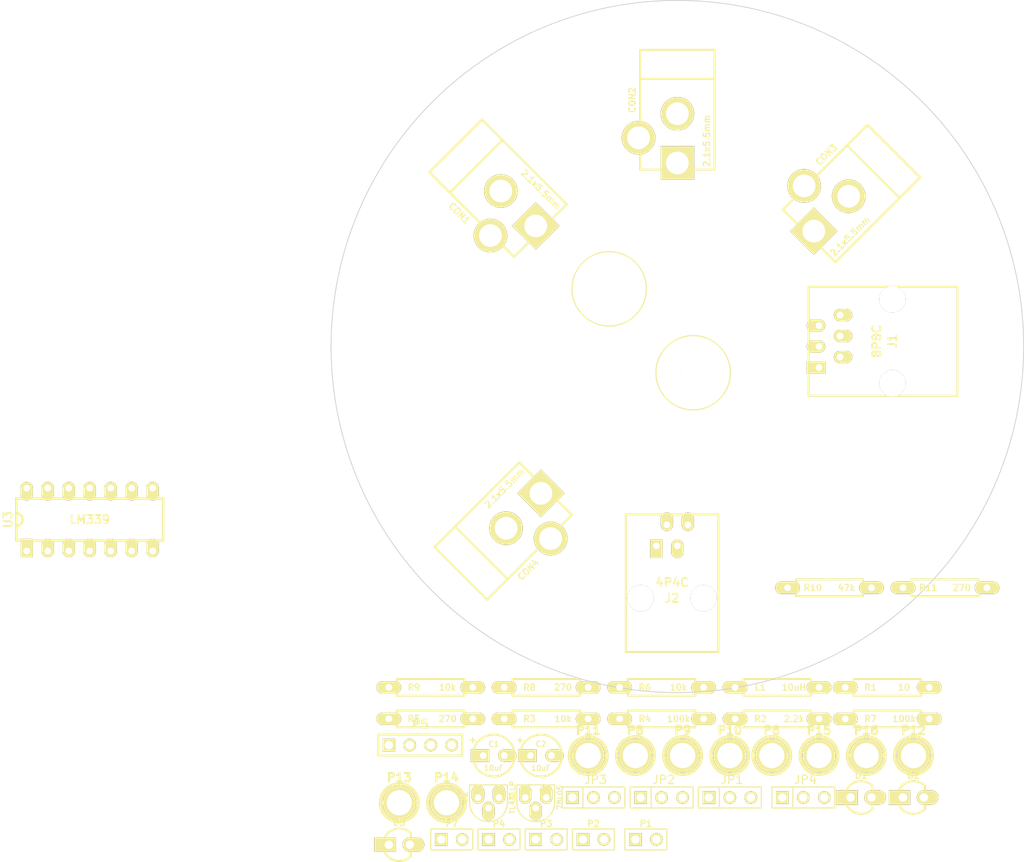
<source format=kicad_pcb>
(kicad_pcb (version 3) (host pcbnew "(2013-07-07 BZR 4022)-stable")

  (general
    (links 64)
    (no_connects 64)
    (area 0 0 0 0)
    (thickness 1.6)
    (drawings 1)
    (tracks 0)
    (zones 0)
    (modules 48)
    (nets 41)
  )

  (page A3)
  (layers
    (15 F.Cu signal)
    (0 B.Cu signal)
    (16 B.Adhes user)
    (17 F.Adhes user)
    (18 B.Paste user)
    (19 F.Paste user)
    (20 B.SilkS user)
    (21 F.SilkS user)
    (22 B.Mask user)
    (23 F.Mask user)
    (24 Dwgs.User user)
    (25 Cmts.User user)
    (26 Eco1.User user)
    (27 Eco2.User user)
    (28 Edge.Cuts user)
  )

  (setup
    (last_trace_width 0.254)
    (trace_clearance 0.254)
    (zone_clearance 0.508)
    (zone_45_only no)
    (trace_min 0.254)
    (segment_width 0.2)
    (edge_width 0.1)
    (via_size 0.889)
    (via_drill 0.635)
    (via_min_size 0.889)
    (via_min_drill 0.508)
    (uvia_size 0.508)
    (uvia_drill 0.127)
    (uvias_allowed no)
    (uvia_min_size 0.508)
    (uvia_min_drill 0.127)
    (pcb_text_width 0.3)
    (pcb_text_size 1.5 1.5)
    (mod_edge_width 0.15)
    (mod_text_size 1 1)
    (mod_text_width 0.15)
    (pad_size 1.5 1.5)
    (pad_drill 0.6)
    (pad_to_mask_clearance 0)
    (aux_axis_origin 0 0)
    (visible_elements 7FFFFFFF)
    (pcbplotparams
      (layerselection 3178497)
      (usegerberextensions true)
      (excludeedgelayer true)
      (linewidth 0.150000)
      (plotframeref false)
      (viasonmask false)
      (mode 1)
      (useauxorigin false)
      (hpglpennumber 1)
      (hpglpenspeed 20)
      (hpglpendiameter 15)
      (hpglpenoverlay 2)
      (psnegative false)
      (psa4output false)
      (plotreference true)
      (plotvalue true)
      (plotothertext true)
      (plotinvisibletext false)
      (padsonsilk false)
      (subtractmaskfromsilk false)
      (outputformat 1)
      (mirror false)
      (drillshape 1)
      (scaleselection 1)
      (outputdirectory ""))
  )

  (net 0 "")
  (net 1 2.5V)
  (net 2 2.9V)
  (net 3 290mV)
  (net 4 29V)
  (net 5 29mV)
  (net 6 36V)
  (net 7 5V)
  (net 8 9V)
  (net 9 GND)
  (net 10 H+)
  (net 11 N-0000010)
  (net 12 N-0000011)
  (net 13 N-0000012)
  (net 14 N-0000013)
  (net 15 N-0000015)
  (net 16 N-0000016)
  (net 17 N-000002)
  (net 18 N-0000026)
  (net 19 N-0000027)
  (net 20 N-0000028)
  (net 21 N-0000029)
  (net 22 N-000003)
  (net 23 N-0000031)
  (net 24 N-0000032)
  (net 25 N-0000033)
  (net 26 N-0000034)
  (net 27 N-0000035)
  (net 28 N-0000036)
  (net 29 N-0000037)
  (net 30 N-0000038)
  (net 31 N-000004)
  (net 32 N-0000041)
  (net 33 N-0000042)
  (net 34 N-0000043)
  (net 35 N-0000046)
  (net 36 N-0000047)
  (net 37 N-0000048)
  (net 38 N-000008)
  (net 39 Oven+)
  (net 40 Oven-)

  (net_class Default "This is the default net class."
    (clearance 0.254)
    (trace_width 0.254)
    (via_dia 0.889)
    (via_drill 0.635)
    (uvia_dia 0.508)
    (uvia_drill 0.127)
    (add_net "")
    (add_net 2.5V)
    (add_net 2.9V)
    (add_net 290mV)
    (add_net 29V)
    (add_net 29mV)
    (add_net 36V)
    (add_net 5V)
    (add_net 9V)
    (add_net GND)
    (add_net H+)
    (add_net N-0000010)
    (add_net N-0000011)
    (add_net N-0000012)
    (add_net N-0000013)
    (add_net N-0000015)
    (add_net N-0000016)
    (add_net N-000002)
    (add_net N-0000026)
    (add_net N-0000027)
    (add_net N-0000028)
    (add_net N-0000029)
    (add_net N-000003)
    (add_net N-0000031)
    (add_net N-0000032)
    (add_net N-0000033)
    (add_net N-0000034)
    (add_net N-0000035)
    (add_net N-0000036)
    (add_net N-0000037)
    (add_net N-0000038)
    (add_net N-000004)
    (add_net N-0000041)
    (add_net N-0000042)
    (add_net N-0000043)
    (add_net N-0000046)
    (add_net N-0000047)
    (add_net N-0000048)
    (add_net N-000008)
    (add_net Oven+)
    (add_net Oven-)
  )

  (module TO-92_U_059Bo (layer F.Cu) (tedit 5324AA08) (tstamp 53B35FCF)
    (at 207.01 181.61)
    (descr "TO-92 Integrated Circuit")
    (tags DEV)
    (path /53B32B3F)
    (fp_text reference U2 (at -4.191 0 90) (layer F.SilkS)
      (effects (font (size 0.762 0.762) (thickness 0.1524)))
    )
    (fp_text value TL431LP (at 1.651 0 90) (layer F.SilkS)
      (effects (font (size 0.635 0.635) (thickness 0.127)))
    )
    (fp_line (start 1.016 0.635) (end 1.016 -1.524) (layer F.SilkS) (width 0.15))
    (fp_line (start 1.016 -1.524) (end -3.556 -1.524) (layer F.SilkS) (width 0.15))
    (fp_line (start -3.556 -1.524) (end -3.556 0.635) (layer F.SilkS) (width 0.15))
    (fp_arc (start -1.27 0.635) (end -1.27 2.921) (angle 90) (layer F.SilkS) (width 0.15))
    (fp_arc (start -1.27 0.635) (end 1.016 0.635) (angle 90) (layer F.SilkS) (width 0.15))
    (pad 1 thru_hole oval (at 0 0) (size 1.4986 2.2479) (drill 0.8128 (offset 0 -0.37465))
      (layers *.Cu *.Mask F.SilkS)
      (net 1 2.5V)
    )
    (pad 2 thru_hole oval (at -1.27 1.27) (size 1.4986 2.2479) (drill 0.8128 (offset 0 0.37465))
      (layers *.Cu *.Mask F.SilkS)
      (net 1 2.5V)
    )
    (pad 3 thru_hole oval (at -2.54 0) (size 1.4986 2.2479) (drill 0.8128 (offset 0 -0.37465))
      (layers *.Cu *.Mask F.SilkS)
      (net 9 GND)
    )
    (model to-xxx-packages/to92.wrl
      (at (xyz 0 0 0))
      (scale (xyz 1 1 1))
      (rotate (xyz 0 0 0))
    )
  )

  (module TO-92_U_059Bo (layer F.Cu) (tedit 5324AA08) (tstamp 53B35FDB)
    (at 212.725 181.61)
    (descr "TO-92 Integrated Circuit")
    (tags DEV)
    (path /53B330E4)
    (fp_text reference U1 (at -4.191 0 90) (layer F.SilkS)
      (effects (font (size 0.762 0.762) (thickness 0.1524)))
    )
    (fp_text value 78L05 (at 1.651 0 90) (layer F.SilkS)
      (effects (font (size 0.635 0.635) (thickness 0.127)))
    )
    (fp_line (start 1.016 0.635) (end 1.016 -1.524) (layer F.SilkS) (width 0.15))
    (fp_line (start 1.016 -1.524) (end -3.556 -1.524) (layer F.SilkS) (width 0.15))
    (fp_line (start -3.556 -1.524) (end -3.556 0.635) (layer F.SilkS) (width 0.15))
    (fp_arc (start -1.27 0.635) (end -1.27 2.921) (angle 90) (layer F.SilkS) (width 0.15))
    (fp_arc (start -1.27 0.635) (end 1.016 0.635) (angle 90) (layer F.SilkS) (width 0.15))
    (pad 1 thru_hole oval (at 0 0) (size 1.4986 2.2479) (drill 0.8128 (offset 0 -0.37465))
      (layers *.Cu *.Mask F.SilkS)
      (net 16 N-0000016)
    )
    (pad 2 thru_hole oval (at -1.27 1.27) (size 1.4986 2.2479) (drill 0.8128 (offset 0 0.37465))
      (layers *.Cu *.Mask F.SilkS)
      (net 9 GND)
    )
    (pad 3 thru_hole oval (at -2.54 0) (size 1.4986 2.2479) (drill 0.8128 (offset 0 -0.37465))
      (layers *.Cu *.Mask F.SilkS)
      (net 7 5V)
    )
    (model to-xxx-packages/to92.wrl
      (at (xyz 0 0 0))
      (scale (xyz 1 1 1))
      (rotate (xyz 0 0 0))
    )
  )

  (module R_AXIAL_0W25_059C (layer F.Cu) (tedit 53A245BA) (tstamp 53B35FE8)
    (at 248.92 172.085)
    (descr "Resistor Axial 1/4W 0.4\"")
    (tags R)
    (path /53B3371C)
    (autoplace_cost180 10)
    (fp_text reference R7 (at 3.048 0) (layer F.SilkS)
      (effects (font (size 0.762 0.762) (thickness 0.1524)))
    )
    (fp_text value 100k (at 7.112 0) (layer F.SilkS)
      (effects (font (size 0.762 0.762) (thickness 0.1524)))
    )
    (fp_line (start 0 0) (end 1.016 0) (layer F.SilkS) (width 0.254))
    (fp_line (start 1.016 0) (end 1.016 -1.016) (layer F.SilkS) (width 0.254))
    (fp_line (start 1.016 -1.016) (end 9.144 -1.016) (layer F.SilkS) (width 0.254))
    (fp_line (start 9.144 -1.016) (end 9.144 1.016) (layer F.SilkS) (width 0.254))
    (fp_line (start 9.144 1.016) (end 1.016 1.016) (layer F.SilkS) (width 0.254))
    (fp_line (start 1.016 1.016) (end 1.016 0) (layer F.SilkS) (width 0.254))
    (fp_line (start 10.16 0) (end 9.144 0) (layer F.SilkS) (width 0.254))
    (pad 1 thru_hole oval (at 0 0) (size 2.9972 1.4986) (drill 0.8128)
      (layers *.Cu *.Mask F.SilkS)
      (net 22 N-000003)
    )
    (pad 2 thru_hole oval (at 10.16 0) (size 2.9972 1.4986) (drill 0.8128)
      (layers *.Cu *.Mask F.SilkS)
      (net 9 GND)
    )
    (model discret/resistor.wrl
      (at (xyz 0 0 0))
      (scale (xyz 0.4 0.4 0.4))
      (rotate (xyz 0 0 0))
    )
  )

  (module R_AXIAL_0W25_059C (layer F.Cu) (tedit 53A245BA) (tstamp 53B35FF5)
    (at 235.585 172.085)
    (descr "Resistor Axial 1/4W 0.4\"")
    (tags R)
    (path /53B32BCC)
    (autoplace_cost180 10)
    (fp_text reference R2 (at 3.048 0) (layer F.SilkS)
      (effects (font (size 0.762 0.762) (thickness 0.1524)))
    )
    (fp_text value 2.2k (at 7.112 0) (layer F.SilkS)
      (effects (font (size 0.762 0.762) (thickness 0.1524)))
    )
    (fp_line (start 0 0) (end 1.016 0) (layer F.SilkS) (width 0.254))
    (fp_line (start 1.016 0) (end 1.016 -1.016) (layer F.SilkS) (width 0.254))
    (fp_line (start 1.016 -1.016) (end 9.144 -1.016) (layer F.SilkS) (width 0.254))
    (fp_line (start 9.144 -1.016) (end 9.144 1.016) (layer F.SilkS) (width 0.254))
    (fp_line (start 9.144 1.016) (end 1.016 1.016) (layer F.SilkS) (width 0.254))
    (fp_line (start 1.016 1.016) (end 1.016 0) (layer F.SilkS) (width 0.254))
    (fp_line (start 10.16 0) (end 9.144 0) (layer F.SilkS) (width 0.254))
    (pad 1 thru_hole oval (at 0 0) (size 2.9972 1.4986) (drill 0.8128)
      (layers *.Cu *.Mask F.SilkS)
      (net 7 5V)
    )
    (pad 2 thru_hole oval (at 10.16 0) (size 2.9972 1.4986) (drill 0.8128)
      (layers *.Cu *.Mask F.SilkS)
      (net 1 2.5V)
    )
    (model discret/resistor.wrl
      (at (xyz 0 0 0))
      (scale (xyz 0.4 0.4 0.4))
      (rotate (xyz 0 0 0))
    )
  )

  (module R_AXIAL_0W25_059C (layer F.Cu) (tedit 53A245BA) (tstamp 53B36002)
    (at 221.615 172.085)
    (descr "Resistor Axial 1/4W 0.4\"")
    (tags R)
    (path /53B3287E)
    (autoplace_cost180 10)
    (fp_text reference R4 (at 3.048 0) (layer F.SilkS)
      (effects (font (size 0.762 0.762) (thickness 0.1524)))
    )
    (fp_text value 100k (at 7.112 0) (layer F.SilkS)
      (effects (font (size 0.762 0.762) (thickness 0.1524)))
    )
    (fp_line (start 0 0) (end 1.016 0) (layer F.SilkS) (width 0.254))
    (fp_line (start 1.016 0) (end 1.016 -1.016) (layer F.SilkS) (width 0.254))
    (fp_line (start 1.016 -1.016) (end 9.144 -1.016) (layer F.SilkS) (width 0.254))
    (fp_line (start 9.144 -1.016) (end 9.144 1.016) (layer F.SilkS) (width 0.254))
    (fp_line (start 9.144 1.016) (end 1.016 1.016) (layer F.SilkS) (width 0.254))
    (fp_line (start 1.016 1.016) (end 1.016 0) (layer F.SilkS) (width 0.254))
    (fp_line (start 10.16 0) (end 9.144 0) (layer F.SilkS) (width 0.254))
    (pad 1 thru_hole oval (at 0 0) (size 2.9972 1.4986) (drill 0.8128)
      (layers *.Cu *.Mask F.SilkS)
      (net 33 N-0000042)
    )
    (pad 2 thru_hole oval (at 10.16 0) (size 2.9972 1.4986) (drill 0.8128)
      (layers *.Cu *.Mask F.SilkS)
      (net 9 GND)
    )
    (model discret/resistor.wrl
      (at (xyz 0 0 0))
      (scale (xyz 0.4 0.4 0.4))
      (rotate (xyz 0 0 0))
    )
  )

  (module R_AXIAL_0W25_059C (layer F.Cu) (tedit 53A245BA) (tstamp 53B3600F)
    (at 207.645 172.085)
    (descr "Resistor Axial 1/4W 0.4\"")
    (tags R)
    (path /53B3286F)
    (autoplace_cost180 10)
    (fp_text reference R3 (at 3.048 0) (layer F.SilkS)
      (effects (font (size 0.762 0.762) (thickness 0.1524)))
    )
    (fp_text value 10k (at 7.112 0) (layer F.SilkS)
      (effects (font (size 0.762 0.762) (thickness 0.1524)))
    )
    (fp_line (start 0 0) (end 1.016 0) (layer F.SilkS) (width 0.254))
    (fp_line (start 1.016 0) (end 1.016 -1.016) (layer F.SilkS) (width 0.254))
    (fp_line (start 1.016 -1.016) (end 9.144 -1.016) (layer F.SilkS) (width 0.254))
    (fp_line (start 9.144 -1.016) (end 9.144 1.016) (layer F.SilkS) (width 0.254))
    (fp_line (start 9.144 1.016) (end 1.016 1.016) (layer F.SilkS) (width 0.254))
    (fp_line (start 1.016 1.016) (end 1.016 0) (layer F.SilkS) (width 0.254))
    (fp_line (start 10.16 0) (end 9.144 0) (layer F.SilkS) (width 0.254))
    (pad 1 thru_hole oval (at 0 0) (size 2.9972 1.4986) (drill 0.8128)
      (layers *.Cu *.Mask F.SilkS)
      (net 6 36V)
    )
    (pad 2 thru_hole oval (at 10.16 0) (size 2.9972 1.4986) (drill 0.8128)
      (layers *.Cu *.Mask F.SilkS)
      (net 34 N-0000043)
    )
    (model discret/resistor.wrl
      (at (xyz 0 0 0))
      (scale (xyz 0.4 0.4 0.4))
      (rotate (xyz 0 0 0))
    )
  )

  (module R_AXIAL_0W25_059C (layer F.Cu) (tedit 53A245BA) (tstamp 53B3601C)
    (at 193.675 172.085)
    (descr "Resistor Axial 1/4W 0.4\"")
    (tags R)
    (path /53B32F7A)
    (autoplace_cost180 10)
    (fp_text reference R5 (at 3.048 0) (layer F.SilkS)
      (effects (font (size 0.762 0.762) (thickness 0.1524)))
    )
    (fp_text value 270 (at 7.112 0) (layer F.SilkS)
      (effects (font (size 0.762 0.762) (thickness 0.1524)))
    )
    (fp_line (start 0 0) (end 1.016 0) (layer F.SilkS) (width 0.254))
    (fp_line (start 1.016 0) (end 1.016 -1.016) (layer F.SilkS) (width 0.254))
    (fp_line (start 1.016 -1.016) (end 9.144 -1.016) (layer F.SilkS) (width 0.254))
    (fp_line (start 9.144 -1.016) (end 9.144 1.016) (layer F.SilkS) (width 0.254))
    (fp_line (start 9.144 1.016) (end 1.016 1.016) (layer F.SilkS) (width 0.254))
    (fp_line (start 1.016 1.016) (end 1.016 0) (layer F.SilkS) (width 0.254))
    (fp_line (start 10.16 0) (end 9.144 0) (layer F.SilkS) (width 0.254))
    (pad 1 thru_hole oval (at 0 0) (size 2.9972 1.4986) (drill 0.8128)
      (layers *.Cu *.Mask F.SilkS)
      (net 7 5V)
    )
    (pad 2 thru_hole oval (at 10.16 0) (size 2.9972 1.4986) (drill 0.8128)
      (layers *.Cu *.Mask F.SilkS)
      (net 13 N-0000012)
    )
    (model discret/resistor.wrl
      (at (xyz 0 0 0))
      (scale (xyz 0.4 0.4 0.4))
      (rotate (xyz 0 0 0))
    )
  )

  (module R_AXIAL_0W25_059C (layer F.Cu) (tedit 53A245BA) (tstamp 53B36029)
    (at 248.92 168.275)
    (descr "Resistor Axial 1/4W 0.4\"")
    (tags R)
    (path /53B33481)
    (autoplace_cost180 10)
    (fp_text reference R1 (at 3.048 0) (layer F.SilkS)
      (effects (font (size 0.762 0.762) (thickness 0.1524)))
    )
    (fp_text value 10 (at 7.112 0) (layer F.SilkS)
      (effects (font (size 0.762 0.762) (thickness 0.1524)))
    )
    (fp_line (start 0 0) (end 1.016 0) (layer F.SilkS) (width 0.254))
    (fp_line (start 1.016 0) (end 1.016 -1.016) (layer F.SilkS) (width 0.254))
    (fp_line (start 1.016 -1.016) (end 9.144 -1.016) (layer F.SilkS) (width 0.254))
    (fp_line (start 9.144 -1.016) (end 9.144 1.016) (layer F.SilkS) (width 0.254))
    (fp_line (start 9.144 1.016) (end 1.016 1.016) (layer F.SilkS) (width 0.254))
    (fp_line (start 1.016 1.016) (end 1.016 0) (layer F.SilkS) (width 0.254))
    (fp_line (start 10.16 0) (end 9.144 0) (layer F.SilkS) (width 0.254))
    (pad 1 thru_hole oval (at 0 0) (size 2.9972 1.4986) (drill 0.8128)
      (layers *.Cu *.Mask F.SilkS)
      (net 10 H+)
    )
    (pad 2 thru_hole oval (at 10.16 0) (size 2.9972 1.4986) (drill 0.8128)
      (layers *.Cu *.Mask F.SilkS)
      (net 12 N-0000011)
    )
    (model discret/resistor.wrl
      (at (xyz 0 0 0))
      (scale (xyz 0.4 0.4 0.4))
      (rotate (xyz 0 0 0))
    )
  )

  (module R_AXIAL_0W25_059C (layer F.Cu) (tedit 53A245BA) (tstamp 53B36036)
    (at 235.585 168.275)
    (descr "Resistor Axial 1/4W 0.4\"")
    (tags R)
    (path /53B33490)
    (autoplace_cost180 10)
    (fp_text reference L1 (at 3.048 0) (layer F.SilkS)
      (effects (font (size 0.762 0.762) (thickness 0.1524)))
    )
    (fp_text value 10uH (at 7.112 0) (layer F.SilkS)
      (effects (font (size 0.762 0.762) (thickness 0.1524)))
    )
    (fp_line (start 0 0) (end 1.016 0) (layer F.SilkS) (width 0.254))
    (fp_line (start 1.016 0) (end 1.016 -1.016) (layer F.SilkS) (width 0.254))
    (fp_line (start 1.016 -1.016) (end 9.144 -1.016) (layer F.SilkS) (width 0.254))
    (fp_line (start 9.144 -1.016) (end 9.144 1.016) (layer F.SilkS) (width 0.254))
    (fp_line (start 9.144 1.016) (end 1.016 1.016) (layer F.SilkS) (width 0.254))
    (fp_line (start 1.016 1.016) (end 1.016 0) (layer F.SilkS) (width 0.254))
    (fp_line (start 10.16 0) (end 9.144 0) (layer F.SilkS) (width 0.254))
    (pad 1 thru_hole oval (at 0 0) (size 2.9972 1.4986) (drill 0.8128)
      (layers *.Cu *.Mask F.SilkS)
      (net 12 N-0000011)
    )
    (pad 2 thru_hole oval (at 10.16 0) (size 2.9972 1.4986) (drill 0.8128)
      (layers *.Cu *.Mask F.SilkS)
      (net 16 N-0000016)
    )
    (model discret/resistor.wrl
      (at (xyz 0 0 0))
      (scale (xyz 0.4 0.4 0.4))
      (rotate (xyz 0 0 0))
    )
  )

  (module R_AXIAL_0W25_059C (layer F.Cu) (tedit 53A245BA) (tstamp 53B36043)
    (at 221.615 168.275)
    (descr "Resistor Axial 1/4W 0.4\"")
    (tags R)
    (path /53B33716)
    (autoplace_cost180 10)
    (fp_text reference R6 (at 3.048 0) (layer F.SilkS)
      (effects (font (size 0.762 0.762) (thickness 0.1524)))
    )
    (fp_text value 10k (at 7.112 0) (layer F.SilkS)
      (effects (font (size 0.762 0.762) (thickness 0.1524)))
    )
    (fp_line (start 0 0) (end 1.016 0) (layer F.SilkS) (width 0.254))
    (fp_line (start 1.016 0) (end 1.016 -1.016) (layer F.SilkS) (width 0.254))
    (fp_line (start 1.016 -1.016) (end 9.144 -1.016) (layer F.SilkS) (width 0.254))
    (fp_line (start 9.144 -1.016) (end 9.144 1.016) (layer F.SilkS) (width 0.254))
    (fp_line (start 9.144 1.016) (end 1.016 1.016) (layer F.SilkS) (width 0.254))
    (fp_line (start 1.016 1.016) (end 1.016 0) (layer F.SilkS) (width 0.254))
    (fp_line (start 10.16 0) (end 9.144 0) (layer F.SilkS) (width 0.254))
    (pad 1 thru_hole oval (at 0 0) (size 2.9972 1.4986) (drill 0.8128)
      (layers *.Cu *.Mask F.SilkS)
      (net 8 9V)
    )
    (pad 2 thru_hole oval (at 10.16 0) (size 2.9972 1.4986) (drill 0.8128)
      (layers *.Cu *.Mask F.SilkS)
      (net 31 N-000004)
    )
    (model discret/resistor.wrl
      (at (xyz 0 0 0))
      (scale (xyz 0.4 0.4 0.4))
      (rotate (xyz 0 0 0))
    )
  )

  (module R_AXIAL_0W25_059C (layer F.Cu) (tedit 53A245BA) (tstamp 53B36050)
    (at 207.645 168.275)
    (descr "Resistor Axial 1/4W 0.4\"")
    (tags R)
    (path /53B33734)
    (autoplace_cost180 10)
    (fp_text reference R8 (at 3.048 0) (layer F.SilkS)
      (effects (font (size 0.762 0.762) (thickness 0.1524)))
    )
    (fp_text value 270 (at 7.112 0) (layer F.SilkS)
      (effects (font (size 0.762 0.762) (thickness 0.1524)))
    )
    (fp_line (start 0 0) (end 1.016 0) (layer F.SilkS) (width 0.254))
    (fp_line (start 1.016 0) (end 1.016 -1.016) (layer F.SilkS) (width 0.254))
    (fp_line (start 1.016 -1.016) (end 9.144 -1.016) (layer F.SilkS) (width 0.254))
    (fp_line (start 9.144 -1.016) (end 9.144 1.016) (layer F.SilkS) (width 0.254))
    (fp_line (start 9.144 1.016) (end 1.016 1.016) (layer F.SilkS) (width 0.254))
    (fp_line (start 1.016 1.016) (end 1.016 0) (layer F.SilkS) (width 0.254))
    (fp_line (start 10.16 0) (end 9.144 0) (layer F.SilkS) (width 0.254))
    (pad 1 thru_hole oval (at 0 0) (size 2.9972 1.4986) (drill 0.8128)
      (layers *.Cu *.Mask F.SilkS)
      (net 7 5V)
    )
    (pad 2 thru_hole oval (at 10.16 0) (size 2.9972 1.4986) (drill 0.8128)
      (layers *.Cu *.Mask F.SilkS)
      (net 11 N-0000010)
    )
    (model discret/resistor.wrl
      (at (xyz 0 0 0))
      (scale (xyz 0.4 0.4 0.4))
      (rotate (xyz 0 0 0))
    )
  )

  (module R_AXIAL_0W25_059C (layer F.Cu) (tedit 53A245BA) (tstamp 53B3605D)
    (at 193.675 168.275)
    (descr "Resistor Axial 1/4W 0.4\"")
    (tags R)
    (path /53B337F8)
    (autoplace_cost180 10)
    (fp_text reference R9 (at 3.048 0) (layer F.SilkS)
      (effects (font (size 0.762 0.762) (thickness 0.1524)))
    )
    (fp_text value 10k (at 7.112 0) (layer F.SilkS)
      (effects (font (size 0.762 0.762) (thickness 0.1524)))
    )
    (fp_line (start 0 0) (end 1.016 0) (layer F.SilkS) (width 0.254))
    (fp_line (start 1.016 0) (end 1.016 -1.016) (layer F.SilkS) (width 0.254))
    (fp_line (start 1.016 -1.016) (end 9.144 -1.016) (layer F.SilkS) (width 0.254))
    (fp_line (start 9.144 -1.016) (end 9.144 1.016) (layer F.SilkS) (width 0.254))
    (fp_line (start 9.144 1.016) (end 1.016 1.016) (layer F.SilkS) (width 0.254))
    (fp_line (start 1.016 1.016) (end 1.016 0) (layer F.SilkS) (width 0.254))
    (fp_line (start 10.16 0) (end 9.144 0) (layer F.SilkS) (width 0.254))
    (pad 1 thru_hole oval (at 0 0) (size 2.9972 1.4986) (drill 0.8128)
      (layers *.Cu *.Mask F.SilkS)
      (net 10 H+)
    )
    (pad 2 thru_hole oval (at 10.16 0) (size 2.9972 1.4986) (drill 0.8128)
      (layers *.Cu *.Mask F.SilkS)
      (net 18 N-0000026)
    )
    (model discret/resistor.wrl
      (at (xyz 0 0 0))
      (scale (xyz 0.4 0.4 0.4))
      (rotate (xyz 0 0 0))
    )
  )

  (module R_AXIAL_0W25_059C (layer F.Cu) (tedit 53A245BA) (tstamp 53B3606A)
    (at 241.935 156.21)
    (descr "Resistor Axial 1/4W 0.4\"")
    (tags R)
    (path /53B337FE)
    (autoplace_cost180 10)
    (fp_text reference R10 (at 3.048 0) (layer F.SilkS)
      (effects (font (size 0.762 0.762) (thickness 0.1524)))
    )
    (fp_text value 47k (at 7.112 0) (layer F.SilkS)
      (effects (font (size 0.762 0.762) (thickness 0.1524)))
    )
    (fp_line (start 0 0) (end 1.016 0) (layer F.SilkS) (width 0.254))
    (fp_line (start 1.016 0) (end 1.016 -1.016) (layer F.SilkS) (width 0.254))
    (fp_line (start 1.016 -1.016) (end 9.144 -1.016) (layer F.SilkS) (width 0.254))
    (fp_line (start 9.144 -1.016) (end 9.144 1.016) (layer F.SilkS) (width 0.254))
    (fp_line (start 9.144 1.016) (end 1.016 1.016) (layer F.SilkS) (width 0.254))
    (fp_line (start 1.016 1.016) (end 1.016 0) (layer F.SilkS) (width 0.254))
    (fp_line (start 10.16 0) (end 9.144 0) (layer F.SilkS) (width 0.254))
    (pad 1 thru_hole oval (at 0 0) (size 2.9972 1.4986) (drill 0.8128)
      (layers *.Cu *.Mask F.SilkS)
      (net 19 N-0000027)
    )
    (pad 2 thru_hole oval (at 10.16 0) (size 2.9972 1.4986) (drill 0.8128)
      (layers *.Cu *.Mask F.SilkS)
      (net 9 GND)
    )
    (model discret/resistor.wrl
      (at (xyz 0 0 0))
      (scale (xyz 0.4 0.4 0.4))
      (rotate (xyz 0 0 0))
    )
  )

  (module R_AXIAL_0W25_059C (layer F.Cu) (tedit 53A245BA) (tstamp 53B36077)
    (at 255.905 156.21)
    (descr "Resistor Axial 1/4W 0.4\"")
    (tags R)
    (path /53B33816)
    (autoplace_cost180 10)
    (fp_text reference R11 (at 3.048 0) (layer F.SilkS)
      (effects (font (size 0.762 0.762) (thickness 0.1524)))
    )
    (fp_text value 270 (at 7.112 0) (layer F.SilkS)
      (effects (font (size 0.762 0.762) (thickness 0.1524)))
    )
    (fp_line (start 0 0) (end 1.016 0) (layer F.SilkS) (width 0.254))
    (fp_line (start 1.016 0) (end 1.016 -1.016) (layer F.SilkS) (width 0.254))
    (fp_line (start 1.016 -1.016) (end 9.144 -1.016) (layer F.SilkS) (width 0.254))
    (fp_line (start 9.144 -1.016) (end 9.144 1.016) (layer F.SilkS) (width 0.254))
    (fp_line (start 9.144 1.016) (end 1.016 1.016) (layer F.SilkS) (width 0.254))
    (fp_line (start 1.016 1.016) (end 1.016 0) (layer F.SilkS) (width 0.254))
    (fp_line (start 10.16 0) (end 9.144 0) (layer F.SilkS) (width 0.254))
    (pad 1 thru_hole oval (at 0 0) (size 2.9972 1.4986) (drill 0.8128)
      (layers *.Cu *.Mask F.SilkS)
      (net 7 5V)
    )
    (pad 2 thru_hole oval (at 10.16 0) (size 2.9972 1.4986) (drill 0.8128)
      (layers *.Cu *.Mask F.SilkS)
      (net 20 N-0000028)
    )
    (model discret/resistor.wrl
      (at (xyz 0 0 0))
      (scale (xyz 0.4 0.4 0.4))
      (rotate (xyz 0 0 0))
    )
  )

  (module PIN_ARRAY_4x1 (layer F.Cu) (tedit 4C10F42E) (tstamp 53B36083)
    (at 197.485 175.26)
    (descr "Double rangee de contacts 2 x 5 pins")
    (tags CONN)
    (path /53B0B9C6)
    (fp_text reference P5 (at 0 -2.54) (layer F.SilkS)
      (effects (font (size 1.016 1.016) (thickness 0.2032)))
    )
    (fp_text value CONN_4 (at 0 2.54) (layer F.SilkS) hide
      (effects (font (size 1.016 1.016) (thickness 0.2032)))
    )
    (fp_line (start 5.08 1.27) (end -5.08 1.27) (layer F.SilkS) (width 0.254))
    (fp_line (start 5.08 -1.27) (end -5.08 -1.27) (layer F.SilkS) (width 0.254))
    (fp_line (start -5.08 -1.27) (end -5.08 1.27) (layer F.SilkS) (width 0.254))
    (fp_line (start 5.08 1.27) (end 5.08 -1.27) (layer F.SilkS) (width 0.254))
    (pad 1 thru_hole rect (at -3.81 0) (size 1.524 1.524) (drill 1.016)
      (layers *.Cu *.Mask F.SilkS)
      (net 24 N-0000032)
    )
    (pad 2 thru_hole circle (at -1.27 0) (size 1.524 1.524) (drill 1.016)
      (layers *.Cu *.Mask F.SilkS)
      (net 27 N-0000035)
    )
    (pad 3 thru_hole circle (at 1.27 0) (size 1.524 1.524) (drill 1.016)
      (layers *.Cu *.Mask F.SilkS)
      (net 26 N-0000034)
    )
    (pad 4 thru_hole circle (at 3.81 0) (size 1.524 1.524) (drill 1.016)
      (layers *.Cu *.Mask F.SilkS)
      (net 25 N-0000033)
    )
    (model pin_array\pins_array_4x1.wrl
      (at (xyz 0 0 0))
      (scale (xyz 1 1 1))
      (rotate (xyz 0 0 0))
    )
  )

  (module PIN_ARRAY_3X1 (layer F.Cu) (tedit 4C1130E0) (tstamp 53B3608F)
    (at 243.84 181.61)
    (descr "Connecteur 3 pins")
    (tags "CONN DEV")
    (path /53B357E8)
    (fp_text reference JP4 (at 0.254 -2.159) (layer F.SilkS)
      (effects (font (size 1.016 1.016) (thickness 0.1524)))
    )
    (fp_text value JUMPER3 (at 0 -2.159) (layer F.SilkS) hide
      (effects (font (size 1.016 1.016) (thickness 0.1524)))
    )
    (fp_line (start -3.81 1.27) (end -3.81 -1.27) (layer F.SilkS) (width 0.1524))
    (fp_line (start -3.81 -1.27) (end 3.81 -1.27) (layer F.SilkS) (width 0.1524))
    (fp_line (start 3.81 -1.27) (end 3.81 1.27) (layer F.SilkS) (width 0.1524))
    (fp_line (start 3.81 1.27) (end -3.81 1.27) (layer F.SilkS) (width 0.1524))
    (fp_line (start -1.27 -1.27) (end -1.27 1.27) (layer F.SilkS) (width 0.1524))
    (pad 1 thru_hole rect (at -2.54 0) (size 1.524 1.524) (drill 1.016)
      (layers *.Cu *.Mask F.SilkS)
      (net 40 Oven-)
    )
    (pad 2 thru_hole circle (at 0 0) (size 1.524 1.524) (drill 1.016)
      (layers *.Cu *.Mask F.SilkS)
      (net 9 GND)
    )
    (pad 3 thru_hole circle (at 2.54 0) (size 1.524 1.524) (drill 1.016)
      (layers *.Cu *.Mask F.SilkS)
    )
    (model pin_array/pins_array_3x1.wrl
      (at (xyz 0 0 0))
      (scale (xyz 1 1 1))
      (rotate (xyz 0 0 0))
    )
  )

  (module PIN_ARRAY_3X1 (layer F.Cu) (tedit 4C1130E0) (tstamp 53B3609B)
    (at 234.95 181.61)
    (descr "Connecteur 3 pins")
    (tags "CONN DEV")
    (path /53B357B1)
    (fp_text reference JP1 (at 0.254 -2.159) (layer F.SilkS)
      (effects (font (size 1.016 1.016) (thickness 0.1524)))
    )
    (fp_text value JUMPER3 (at 0 -2.159) (layer F.SilkS) hide
      (effects (font (size 1.016 1.016) (thickness 0.1524)))
    )
    (fp_line (start -3.81 1.27) (end -3.81 -1.27) (layer F.SilkS) (width 0.1524))
    (fp_line (start -3.81 -1.27) (end 3.81 -1.27) (layer F.SilkS) (width 0.1524))
    (fp_line (start 3.81 -1.27) (end 3.81 1.27) (layer F.SilkS) (width 0.1524))
    (fp_line (start 3.81 1.27) (end -3.81 1.27) (layer F.SilkS) (width 0.1524))
    (fp_line (start -1.27 -1.27) (end -1.27 1.27) (layer F.SilkS) (width 0.1524))
    (pad 1 thru_hole rect (at -2.54 0) (size 1.524 1.524) (drill 1.016)
      (layers *.Cu *.Mask F.SilkS)
      (net 6 36V)
    )
    (pad 2 thru_hole circle (at 0 0) (size 1.524 1.524) (drill 1.016)
      (layers *.Cu *.Mask F.SilkS)
      (net 8 9V)
    )
    (pad 3 thru_hole circle (at 2.54 0) (size 1.524 1.524) (drill 1.016)
      (layers *.Cu *.Mask F.SilkS)
    )
    (model pin_array/pins_array_3x1.wrl
      (at (xyz 0 0 0))
      (scale (xyz 1 1 1))
      (rotate (xyz 0 0 0))
    )
  )

  (module PIN_ARRAY_3X1 (layer F.Cu) (tedit 4C1130E0) (tstamp 53B360A7)
    (at 226.695 181.61)
    (descr "Connecteur 3 pins")
    (tags "CONN DEV")
    (path /53B357CA)
    (fp_text reference JP2 (at 0.254 -2.159) (layer F.SilkS)
      (effects (font (size 1.016 1.016) (thickness 0.1524)))
    )
    (fp_text value JUMPER3 (at 0 -2.159) (layer F.SilkS) hide
      (effects (font (size 1.016 1.016) (thickness 0.1524)))
    )
    (fp_line (start -3.81 1.27) (end -3.81 -1.27) (layer F.SilkS) (width 0.1524))
    (fp_line (start -3.81 -1.27) (end 3.81 -1.27) (layer F.SilkS) (width 0.1524))
    (fp_line (start 3.81 -1.27) (end 3.81 1.27) (layer F.SilkS) (width 0.1524))
    (fp_line (start 3.81 1.27) (end -3.81 1.27) (layer F.SilkS) (width 0.1524))
    (fp_line (start -1.27 -1.27) (end -1.27 1.27) (layer F.SilkS) (width 0.1524))
    (pad 1 thru_hole rect (at -2.54 0) (size 1.524 1.524) (drill 1.016)
      (layers *.Cu *.Mask F.SilkS)
      (net 6 36V)
    )
    (pad 2 thru_hole circle (at 0 0) (size 1.524 1.524) (drill 1.016)
      (layers *.Cu *.Mask F.SilkS)
      (net 10 H+)
    )
    (pad 3 thru_hole circle (at 2.54 0) (size 1.524 1.524) (drill 1.016)
      (layers *.Cu *.Mask F.SilkS)
    )
    (model pin_array/pins_array_3x1.wrl
      (at (xyz 0 0 0))
      (scale (xyz 1 1 1))
      (rotate (xyz 0 0 0))
    )
  )

  (module PIN_ARRAY_3X1 (layer F.Cu) (tedit 4C1130E0) (tstamp 53B360B3)
    (at 218.44 181.61)
    (descr "Connecteur 3 pins")
    (tags "CONN DEV")
    (path /53B357D9)
    (fp_text reference JP3 (at 0.254 -2.159) (layer F.SilkS)
      (effects (font (size 1.016 1.016) (thickness 0.1524)))
    )
    (fp_text value JUMPER3 (at 0 -2.159) (layer F.SilkS) hide
      (effects (font (size 1.016 1.016) (thickness 0.1524)))
    )
    (fp_line (start -3.81 1.27) (end -3.81 -1.27) (layer F.SilkS) (width 0.1524))
    (fp_line (start -3.81 -1.27) (end 3.81 -1.27) (layer F.SilkS) (width 0.1524))
    (fp_line (start 3.81 -1.27) (end 3.81 1.27) (layer F.SilkS) (width 0.1524))
    (fp_line (start 3.81 1.27) (end -3.81 1.27) (layer F.SilkS) (width 0.1524))
    (fp_line (start -1.27 -1.27) (end -1.27 1.27) (layer F.SilkS) (width 0.1524))
    (pad 1 thru_hole rect (at -2.54 0) (size 1.524 1.524) (drill 1.016)
      (layers *.Cu *.Mask F.SilkS)
      (net 10 H+)
    )
    (pad 2 thru_hole circle (at 0 0) (size 1.524 1.524) (drill 1.016)
      (layers *.Cu *.Mask F.SilkS)
      (net 39 Oven+)
    )
    (pad 3 thru_hole circle (at 2.54 0) (size 1.524 1.524) (drill 1.016)
      (layers *.Cu *.Mask F.SilkS)
    )
    (model pin_array/pins_array_3x1.wrl
      (at (xyz 0 0 0))
      (scale (xyz 1 1 1))
      (rotate (xyz 0 0 0))
    )
  )

  (module PIN_ARRAY_2X1 (layer F.Cu) (tedit 4565C520) (tstamp 53B360BD)
    (at 224.79 186.69)
    (descr "Connecteurs 2 pins")
    (tags "CONN DEV")
    (path /53B0BC9D)
    (fp_text reference P1 (at 0 -1.905) (layer F.SilkS)
      (effects (font (size 0.762 0.762) (thickness 0.1524)))
    )
    (fp_text value CONN_2 (at 0 -1.905) (layer F.SilkS) hide
      (effects (font (size 0.762 0.762) (thickness 0.1524)))
    )
    (fp_line (start -2.54 1.27) (end -2.54 -1.27) (layer F.SilkS) (width 0.1524))
    (fp_line (start -2.54 -1.27) (end 2.54 -1.27) (layer F.SilkS) (width 0.1524))
    (fp_line (start 2.54 -1.27) (end 2.54 1.27) (layer F.SilkS) (width 0.1524))
    (fp_line (start 2.54 1.27) (end -2.54 1.27) (layer F.SilkS) (width 0.1524))
    (pad 1 thru_hole rect (at -1.27 0) (size 1.524 1.524) (drill 1.016)
      (layers *.Cu *.Mask F.SilkS)
      (net 4 29V)
    )
    (pad 2 thru_hole circle (at 1.27 0) (size 1.524 1.524) (drill 1.016)
      (layers *.Cu *.Mask F.SilkS)
      (net 29 N-0000037)
    )
    (model pin_array/pins_array_2x1.wrl
      (at (xyz 0 0 0))
      (scale (xyz 1 1 1))
      (rotate (xyz 0 0 0))
    )
  )

  (module PIN_ARRAY_2X1 (layer F.Cu) (tedit 4565C520) (tstamp 53B360C7)
    (at 218.44 186.69)
    (descr "Connecteurs 2 pins")
    (tags "CONN DEV")
    (path /53B0BCAC)
    (fp_text reference P2 (at 0 -1.905) (layer F.SilkS)
      (effects (font (size 0.762 0.762) (thickness 0.1524)))
    )
    (fp_text value CONN_2 (at 0 -1.905) (layer F.SilkS) hide
      (effects (font (size 0.762 0.762) (thickness 0.1524)))
    )
    (fp_line (start -2.54 1.27) (end -2.54 -1.27) (layer F.SilkS) (width 0.1524))
    (fp_line (start -2.54 -1.27) (end 2.54 -1.27) (layer F.SilkS) (width 0.1524))
    (fp_line (start 2.54 -1.27) (end 2.54 1.27) (layer F.SilkS) (width 0.1524))
    (fp_line (start 2.54 1.27) (end -2.54 1.27) (layer F.SilkS) (width 0.1524))
    (pad 1 thru_hole rect (at -1.27 0) (size 1.524 1.524) (drill 1.016)
      (layers *.Cu *.Mask F.SilkS)
      (net 2 2.9V)
    )
    (pad 2 thru_hole circle (at 1.27 0) (size 1.524 1.524) (drill 1.016)
      (layers *.Cu *.Mask F.SilkS)
      (net 28 N-0000036)
    )
    (model pin_array/pins_array_2x1.wrl
      (at (xyz 0 0 0))
      (scale (xyz 1 1 1))
      (rotate (xyz 0 0 0))
    )
  )

  (module PIN_ARRAY_2X1 (layer F.Cu) (tedit 4565C520) (tstamp 53B360D1)
    (at 212.725 186.69)
    (descr "Connecteurs 2 pins")
    (tags "CONN DEV")
    (path /53B0BCBB)
    (fp_text reference P3 (at 0 -1.905) (layer F.SilkS)
      (effects (font (size 0.762 0.762) (thickness 0.1524)))
    )
    (fp_text value CONN_2 (at 0 -1.905) (layer F.SilkS) hide
      (effects (font (size 0.762 0.762) (thickness 0.1524)))
    )
    (fp_line (start -2.54 1.27) (end -2.54 -1.27) (layer F.SilkS) (width 0.1524))
    (fp_line (start -2.54 -1.27) (end 2.54 -1.27) (layer F.SilkS) (width 0.1524))
    (fp_line (start 2.54 -1.27) (end 2.54 1.27) (layer F.SilkS) (width 0.1524))
    (fp_line (start 2.54 1.27) (end -2.54 1.27) (layer F.SilkS) (width 0.1524))
    (pad 1 thru_hole rect (at -1.27 0) (size 1.524 1.524) (drill 1.016)
      (layers *.Cu *.Mask F.SilkS)
      (net 3 290mV)
    )
    (pad 2 thru_hole circle (at 1.27 0) (size 1.524 1.524) (drill 1.016)
      (layers *.Cu *.Mask F.SilkS)
      (net 30 N-0000038)
    )
    (model pin_array/pins_array_2x1.wrl
      (at (xyz 0 0 0))
      (scale (xyz 1 1 1))
      (rotate (xyz 0 0 0))
    )
  )

  (module PIN_ARRAY_2X1 (layer F.Cu) (tedit 4565C520) (tstamp 53B360DB)
    (at 207.01 186.69)
    (descr "Connecteurs 2 pins")
    (tags "CONN DEV")
    (path /53B0BCDE)
    (fp_text reference P4 (at 0 -1.905) (layer F.SilkS)
      (effects (font (size 0.762 0.762) (thickness 0.1524)))
    )
    (fp_text value CONN_2 (at 0 -1.905) (layer F.SilkS) hide
      (effects (font (size 0.762 0.762) (thickness 0.1524)))
    )
    (fp_line (start -2.54 1.27) (end -2.54 -1.27) (layer F.SilkS) (width 0.1524))
    (fp_line (start -2.54 -1.27) (end 2.54 -1.27) (layer F.SilkS) (width 0.1524))
    (fp_line (start 2.54 -1.27) (end 2.54 1.27) (layer F.SilkS) (width 0.1524))
    (fp_line (start 2.54 1.27) (end -2.54 1.27) (layer F.SilkS) (width 0.1524))
    (pad 1 thru_hole rect (at -1.27 0) (size 1.524 1.524) (drill 1.016)
      (layers *.Cu *.Mask F.SilkS)
      (net 5 29mV)
    )
    (pad 2 thru_hole circle (at 1.27 0) (size 1.524 1.524) (drill 1.016)
      (layers *.Cu *.Mask F.SilkS)
      (net 37 N-0000048)
    )
    (model pin_array/pins_array_2x1.wrl
      (at (xyz 0 0 0))
      (scale (xyz 1 1 1))
      (rotate (xyz 0 0 0))
    )
  )

  (module PIN_ARRAY_2X1 (layer F.Cu) (tedit 4565C520) (tstamp 53B360E5)
    (at 201.295 186.69)
    (descr "Connecteurs 2 pins")
    (tags "CONN DEV")
    (path /53B0BDE7)
    (fp_text reference P7 (at 0 -1.905) (layer F.SilkS)
      (effects (font (size 0.762 0.762) (thickness 0.1524)))
    )
    (fp_text value CONN_2 (at 0 -1.905) (layer F.SilkS) hide
      (effects (font (size 0.762 0.762) (thickness 0.1524)))
    )
    (fp_line (start -2.54 1.27) (end -2.54 -1.27) (layer F.SilkS) (width 0.1524))
    (fp_line (start -2.54 -1.27) (end 2.54 -1.27) (layer F.SilkS) (width 0.1524))
    (fp_line (start 2.54 -1.27) (end 2.54 1.27) (layer F.SilkS) (width 0.1524))
    (fp_line (start 2.54 1.27) (end -2.54 1.27) (layer F.SilkS) (width 0.1524))
    (pad 1 thru_hole rect (at -1.27 0) (size 1.524 1.524) (drill 1.016)
      (layers *.Cu *.Mask F.SilkS)
      (net 36 N-0000047)
    )
    (pad 2 thru_hole circle (at 1.27 0) (size 1.524 1.524) (drill 1.016)
      (layers *.Cu *.Mask F.SilkS)
      (net 35 N-0000046)
    )
    (model pin_array/pins_array_2x1.wrl
      (at (xyz 0 0 0))
      (scale (xyz 1 1 1))
      (rotate (xyz 0 0 0))
    )
  )

  (module LED_3MM (layer F.Cu) (tedit 5326863A) (tstamp 53B360EF)
    (at 193.675 187.325)
    (descr "3MM LED")
    (tags "LED DEV")
    (path /53B33822)
    (fp_text reference D3 (at 1.27 -2.667) (layer F.SilkS)
      (effects (font (size 0.762 0.762) (thickness 0.1524)))
    )
    (fp_text value LED (at 1.27 2.794) (layer F.SilkS) hide
      (effects (font (size 0.762 0.762) (thickness 0.1524)))
    )
    (fp_line (start 2.67 -1.4) (end 2.67 1.4) (layer F.SilkS) (width 0.254))
    (fp_arc (start 1.27 0) (end 2.67 1.4) (angle 90) (layer F.SilkS) (width 0.254))
    (fp_arc (start 1.27 0) (end -0.13 1.4) (angle 90) (layer F.SilkS) (width 0.254))
    (fp_arc (start 1.27 0) (end -0.13 -1.4) (angle 90) (layer F.SilkS) (width 0.254))
    (pad 1 thru_hole rect (at 0 0) (size 2.6289 1.7526) (drill 1.016 (offset -0.43815 0))
      (layers *.Cu *.Mask F.SilkS)
      (net 20 N-0000028)
    )
    (pad 2 thru_hole oval (at 2.54 0) (size 2.6289 1.7526) (drill 1.016 (offset 0.43815 0))
      (layers *.Cu *.Mask F.SilkS)
      (net 23 N-0000031)
    )
    (model discret/led5_vertical.wrl
      (at (xyz 0 0 0))
      (scale (xyz 1 1 1))
      (rotate (xyz 0 0 0))
    )
  )

  (module LED_3MM (layer F.Cu) (tedit 5326863A) (tstamp 53B360F9)
    (at 255.905 181.61)
    (descr "3MM LED")
    (tags "LED DEV")
    (path /53B33740)
    (fp_text reference D2 (at 1.27 -2.667) (layer F.SilkS)
      (effects (font (size 0.762 0.762) (thickness 0.1524)))
    )
    (fp_text value LED (at 1.27 2.794) (layer F.SilkS) hide
      (effects (font (size 0.762 0.762) (thickness 0.1524)))
    )
    (fp_line (start 2.67 -1.4) (end 2.67 1.4) (layer F.SilkS) (width 0.254))
    (fp_arc (start 1.27 0) (end 2.67 1.4) (angle 90) (layer F.SilkS) (width 0.254))
    (fp_arc (start 1.27 0) (end -0.13 1.4) (angle 90) (layer F.SilkS) (width 0.254))
    (fp_arc (start 1.27 0) (end -0.13 -1.4) (angle 90) (layer F.SilkS) (width 0.254))
    (pad 1 thru_hole rect (at 0 0) (size 2.6289 1.7526) (drill 1.016 (offset -0.43815 0))
      (layers *.Cu *.Mask F.SilkS)
      (net 11 N-0000010)
    )
    (pad 2 thru_hole oval (at 2.54 0) (size 2.6289 1.7526) (drill 1.016 (offset 0.43815 0))
      (layers *.Cu *.Mask F.SilkS)
      (net 38 N-000008)
    )
    (model discret/led5_vertical.wrl
      (at (xyz 0 0 0))
      (scale (xyz 1 1 1))
      (rotate (xyz 0 0 0))
    )
  )

  (module LED_3MM (layer F.Cu) (tedit 5326863A) (tstamp 53B36103)
    (at 249.555 181.61)
    (descr "3MM LED")
    (tags "LED DEV")
    (path /53B33617)
    (fp_text reference D1 (at 1.27 -2.667) (layer F.SilkS)
      (effects (font (size 0.762 0.762) (thickness 0.1524)))
    )
    (fp_text value LED (at 1.27 2.794) (layer F.SilkS) hide
      (effects (font (size 0.762 0.762) (thickness 0.1524)))
    )
    (fp_line (start 2.67 -1.4) (end 2.67 1.4) (layer F.SilkS) (width 0.254))
    (fp_arc (start 1.27 0) (end 2.67 1.4) (angle 90) (layer F.SilkS) (width 0.254))
    (fp_arc (start 1.27 0) (end -0.13 1.4) (angle 90) (layer F.SilkS) (width 0.254))
    (fp_arc (start 1.27 0) (end -0.13 -1.4) (angle 90) (layer F.SilkS) (width 0.254))
    (pad 1 thru_hole rect (at 0 0) (size 2.6289 1.7526) (drill 1.016 (offset -0.43815 0))
      (layers *.Cu *.Mask F.SilkS)
      (net 13 N-0000012)
    )
    (pad 2 thru_hole oval (at 2.54 0) (size 2.6289 1.7526) (drill 1.016 (offset 0.43815 0))
      (layers *.Cu *.Mask F.SilkS)
      (net 14 N-0000013)
    )
    (model discret/led5_vertical.wrl
      (at (xyz 0 0 0))
      (scale (xyz 1 1 1))
      (rotate (xyz 0 0 0))
    )
  )

  (module hole_M3_NPTH (layer F.Cu) (tedit 53B22845) (tstamp 53B36109)
    (at 220.345 120.015)
    (descr "M3 mounting hole (non plated through hole)")
    (path /53B31D0D)
    (fp_text reference H1 (at 0 -3.048) (layer F.SilkS) hide
      (effects (font (size 1.016 1.016) (thickness 0.254)))
    )
    (fp_text value HOLE (at 0 2.794) (layer F.SilkS) hide
      (effects (font (size 1.016 1.016) (thickness 0.254)))
    )
    (fp_circle (center 0 0) (end 4.5 0) (layer F.SilkS) (width 0.15))
    (pad "" np_thru_hole circle (at 0 0) (size 3.2 3.2) (drill 3.2)
      (layers *.Cu *.Mask F.SilkS)
    )
  )

  (module hole_M3_NPTH (layer F.Cu) (tedit 53B22845) (tstamp 53B3610F)
    (at 230.505 130.175)
    (descr "M3 mounting hole (non plated through hole)")
    (path /53B31D1C)
    (fp_text reference H2 (at 0 -3.048) (layer F.SilkS) hide
      (effects (font (size 1.016 1.016) (thickness 0.254)))
    )
    (fp_text value HOLE (at 0 2.794) (layer F.SilkS) hide
      (effects (font (size 1.016 1.016) (thickness 0.254)))
    )
    (fp_circle (center 0 0) (end 4.5 0) (layer F.SilkS) (width 0.15))
    (pad "" np_thru_hole circle (at 0 0) (size 3.2 3.2) (drill 3.2)
      (layers *.Cu *.Mask F.SilkS)
    )
  )

  (module ELCAP_10_20_V_059Bo (layer F.Cu) (tedit 53A23F01) (tstamp 53B36117)
    (at 210.82 176.53)
    (descr "Electrolytic Capacitor, vertical, 0.1\" pins, 0.2\" body")
    (tags CP)
    (path /53B33102)
    (fp_text reference C2 (at 1.27 -1.397) (layer F.SilkS)
      (effects (font (size 0.635 0.635) (thickness 0.127)))
    )
    (fp_text value 10uF (at 1.27 1.524) (layer F.SilkS)
      (effects (font (size 0.635 0.635) (thickness 0.127)))
    )
    (fp_text user + (at -1.27 -1.905) (layer F.SilkS)
      (effects (font (size 0.762 0.762) (thickness 0.1524)))
    )
    (fp_circle (center 1.27 0) (end 3.81 0) (layer F.SilkS) (width 0.254))
    (pad 1 thru_hole rect (at 0 0) (size 2.2479 1.4986) (drill 0.8128 (offset -0.37465 0))
      (layers *.Cu *.Mask F.SilkS)
      (net 7 5V)
    )
    (pad 2 thru_hole oval (at 2.54 0) (size 2.2479 1.4986) (drill 0.8128 (offset 0.37465 0))
      (layers *.Cu *.Mask F.SilkS)
      (net 9 GND)
    )
    (model discret/c_vert_c2v10.wrl
      (at (xyz 0 0 0))
      (scale (xyz 1 1 1))
      (rotate (xyz 0 0 0))
    )
  )

  (module ELCAP_10_20_V_059Bo (layer F.Cu) (tedit 53A23F01) (tstamp 53B3611F)
    (at 205.105 176.53)
    (descr "Electrolytic Capacitor, vertical, 0.1\" pins, 0.2\" body")
    (tags CP)
    (path /53B330F3)
    (fp_text reference C1 (at 1.27 -1.397) (layer F.SilkS)
      (effects (font (size 0.635 0.635) (thickness 0.127)))
    )
    (fp_text value 10uF (at 1.27 1.524) (layer F.SilkS)
      (effects (font (size 0.635 0.635) (thickness 0.127)))
    )
    (fp_text user + (at -1.27 -1.905) (layer F.SilkS)
      (effects (font (size 0.762 0.762) (thickness 0.1524)))
    )
    (fp_circle (center 1.27 0) (end 3.81 0) (layer F.SilkS) (width 0.254))
    (pad 1 thru_hole rect (at 0 0) (size 2.2479 1.4986) (drill 0.8128 (offset -0.37465 0))
      (layers *.Cu *.Mask F.SilkS)
      (net 16 N-0000016)
    )
    (pad 2 thru_hole oval (at 2.54 0) (size 2.2479 1.4986) (drill 0.8128 (offset 0.37465 0))
      (layers *.Cu *.Mask F.SilkS)
      (net 9 GND)
    )
    (model discret/c_vert_c2v10.wrl
      (at (xyz 0 0 0))
      (scale (xyz 1 1 1))
      (rotate (xyz 0 0 0))
    )
  )

  (module BARREL_JACK_21x55 (layer F.Cu) (tedit 53549635) (tstamp 53B3613E)
    (at 211.455 112.395 315)
    (descr "DC Barrel Jack, 2.1x5.5mm")
    (tags "Power Jack")
    (path /53B0B7DE)
    (fp_text reference CON1 (at -7.62 5.461 315) (layer F.SilkS)
      (effects (font (size 0.762 0.762) (thickness 0.1524)))
    )
    (fp_text value BARREL_JACK (at -4.445 -5.334 315) (layer F.SilkS) hide
      (effects (font (size 1.016 1.016) (thickness 0.2032)))
    )
    (fp_text user 2.1x5.5mm (at -2.667 -3.556 315) (layer F.SilkS)
      (effects (font (size 0.762 0.762) (thickness 0.1524)))
    )
    (fp_line (start -10.1981 -4.50088) (end -10.1981 4.50088) (layer F.SilkS) (width 0.254))
    (fp_line (start -13.69822 -4.50088) (end -13.69822 4.50088) (layer F.SilkS) (width 0.254))
    (fp_line (start -13.69822 4.50088) (end 0.80264 4.50088) (layer F.SilkS) (width 0.254))
    (fp_line (start 0.80264 4.50088) (end 0.80264 -4.50088) (layer F.SilkS) (width 0.254))
    (fp_line (start 0.80264 -4.50088) (end -13.69822 -4.50088) (layer F.SilkS) (width 0.254))
    (pad 1 thru_hole rect (at 0 0 315) (size 4.064 4.064) (drill 2.7432)
      (layers *.Cu *.Mask F.SilkS)
      (net 6 36V)
    )
    (pad 2 thru_hole circle (at -5.969 0 315) (size 4.064 4.064) (drill 2.7432)
      (layers *.Cu *.Mask F.SilkS)
      (net 9 GND)
    )
    (pad 3 thru_hole circle (at -3.048 4.699 315) (size 4.064 4.064) (drill 2.7432)
      (layers *.Cu *.Mask F.SilkS)
      (net 9 GND)
    )
  )

  (module BARREL_JACK_21x55 (layer F.Cu) (tedit 53549635) (tstamp 53B3614B)
    (at 228.6 104.775 270)
    (descr "DC Barrel Jack, 2.1x5.5mm")
    (tags "Power Jack")
    (path /53B0B7ED)
    (fp_text reference CON2 (at -7.62 5.461 270) (layer F.SilkS)
      (effects (font (size 0.762 0.762) (thickness 0.1524)))
    )
    (fp_text value BARREL_JACK (at -4.445 -5.334 270) (layer F.SilkS) hide
      (effects (font (size 1.016 1.016) (thickness 0.2032)))
    )
    (fp_text user 2.1x5.5mm (at -2.667 -3.556 270) (layer F.SilkS)
      (effects (font (size 0.762 0.762) (thickness 0.1524)))
    )
    (fp_line (start -10.1981 -4.50088) (end -10.1981 4.50088) (layer F.SilkS) (width 0.254))
    (fp_line (start -13.69822 -4.50088) (end -13.69822 4.50088) (layer F.SilkS) (width 0.254))
    (fp_line (start -13.69822 4.50088) (end 0.80264 4.50088) (layer F.SilkS) (width 0.254))
    (fp_line (start 0.80264 4.50088) (end 0.80264 -4.50088) (layer F.SilkS) (width 0.254))
    (fp_line (start 0.80264 -4.50088) (end -13.69822 -4.50088) (layer F.SilkS) (width 0.254))
    (pad 1 thru_hole rect (at 0 0 270) (size 4.064 4.064) (drill 2.7432)
      (layers *.Cu *.Mask F.SilkS)
      (net 8 9V)
    )
    (pad 2 thru_hole circle (at -5.969 0 270) (size 4.064 4.064) (drill 2.7432)
      (layers *.Cu *.Mask F.SilkS)
      (net 9 GND)
    )
    (pad 3 thru_hole circle (at -3.048 4.699 270) (size 4.064 4.064) (drill 2.7432)
      (layers *.Cu *.Mask F.SilkS)
      (net 9 GND)
    )
  )

  (module BARREL_JACK_21x55 (layer F.Cu) (tedit 53549635) (tstamp 53B36158)
    (at 245.11 113.03 225)
    (descr "DC Barrel Jack, 2.1x5.5mm")
    (tags "Power Jack")
    (path /53B0B873)
    (fp_text reference CON3 (at -7.62 5.461 225) (layer F.SilkS)
      (effects (font (size 0.762 0.762) (thickness 0.1524)))
    )
    (fp_text value BARREL_JACK (at -4.445 -5.334 225) (layer F.SilkS) hide
      (effects (font (size 1.016 1.016) (thickness 0.2032)))
    )
    (fp_text user 2.1x5.5mm (at -2.667 -3.556 225) (layer F.SilkS)
      (effects (font (size 0.762 0.762) (thickness 0.1524)))
    )
    (fp_line (start -10.1981 -4.50088) (end -10.1981 4.50088) (layer F.SilkS) (width 0.254))
    (fp_line (start -13.69822 -4.50088) (end -13.69822 4.50088) (layer F.SilkS) (width 0.254))
    (fp_line (start -13.69822 4.50088) (end 0.80264 4.50088) (layer F.SilkS) (width 0.254))
    (fp_line (start 0.80264 4.50088) (end 0.80264 -4.50088) (layer F.SilkS) (width 0.254))
    (fp_line (start 0.80264 -4.50088) (end -13.69822 -4.50088) (layer F.SilkS) (width 0.254))
    (pad 1 thru_hole rect (at 0 0 225) (size 4.064 4.064) (drill 2.7432)
      (layers *.Cu *.Mask F.SilkS)
      (net 10 H+)
    )
    (pad 2 thru_hole circle (at -5.969 0 225) (size 4.064 4.064) (drill 2.7432)
      (layers *.Cu *.Mask F.SilkS)
      (net 9 GND)
    )
    (pad 3 thru_hole circle (at -3.048 4.699 225) (size 4.064 4.064) (drill 2.7432)
      (layers *.Cu *.Mask F.SilkS)
      (net 9 GND)
    )
  )

  (module BARREL_JACK_21x55 (layer F.Cu) (tedit 53549635) (tstamp 53B36165)
    (at 212.09 144.78 45)
    (descr "DC Barrel Jack, 2.1x5.5mm")
    (tags "Power Jack")
    (path /53B0BAA9)
    (fp_text reference CON4 (at -7.62 5.461 45) (layer F.SilkS)
      (effects (font (size 0.762 0.762) (thickness 0.1524)))
    )
    (fp_text value BARREL_JACK (at -4.445 -5.334 45) (layer F.SilkS) hide
      (effects (font (size 1.016 1.016) (thickness 0.2032)))
    )
    (fp_text user 2.1x5.5mm (at -2.667 -3.556 45) (layer F.SilkS)
      (effects (font (size 0.762 0.762) (thickness 0.1524)))
    )
    (fp_line (start -10.1981 -4.50088) (end -10.1981 4.50088) (layer F.SilkS) (width 0.254))
    (fp_line (start -13.69822 -4.50088) (end -13.69822 4.50088) (layer F.SilkS) (width 0.254))
    (fp_line (start -13.69822 4.50088) (end 0.80264 4.50088) (layer F.SilkS) (width 0.254))
    (fp_line (start 0.80264 4.50088) (end 0.80264 -4.50088) (layer F.SilkS) (width 0.254))
    (fp_line (start 0.80264 -4.50088) (end -13.69822 -4.50088) (layer F.SilkS) (width 0.254))
    (pad 1 thru_hole rect (at 0 0 45) (size 4.064 4.064) (drill 2.7432)
      (layers *.Cu *.Mask F.SilkS)
      (net 39 Oven+)
    )
    (pad 2 thru_hole circle (at -5.969 0 45) (size 4.064 4.064) (drill 2.7432)
      (layers *.Cu *.Mask F.SilkS)
      (net 40 Oven-)
    )
    (pad 3 thru_hole circle (at -3.048 4.699 45) (size 4.064 4.064) (drill 2.7432)
      (layers *.Cu *.Mask F.SilkS)
      (net 40 Oven-)
    )
  )

  (module A-2014-3-4-N-T-R_059Bo (layer F.Cu) (tedit 53B0F156) (tstamp 53B36173)
    (at 226.06 151.13)
    (path /53B0B8F2)
    (fp_text reference J2 (at 1.905 6.35) (layer F.SilkS)
      (effects (font (size 1.016 1.016) (thickness 0.2032)))
    )
    (fp_text value 4P4C (at 1.905 4.445) (layer F.SilkS)
      (effects (font (size 1.016 1.016) (thickness 0.2032)))
    )
    (fp_line (start -3.7 -3.8) (end -3.7 12.85) (layer F.SilkS) (width 0.254))
    (fp_line (start 7.5 -3.8) (end 7.5 12.85) (layer F.SilkS) (width 0.254))
    (fp_line (start -3.7 -3.8) (end 7.5 -3.8) (layer F.SilkS) (width 0.254))
    (fp_line (start -3.7 12.85) (end 7.5 12.85) (layer F.SilkS) (width 0.254))
    (pad 2 thru_hole oval (at 1.27 -2.54) (size 1.4986 2.2479) (drill 0.8128 (offset 0 -0.37465))
      (layers *.Cu *.Mask F.SilkS)
      (net 27 N-0000035)
    )
    (pad 4 thru_hole oval (at 3.81 -2.54) (size 1.4986 2.2479) (drill 0.8128 (offset 0 -0.37465))
      (layers *.Cu *.Mask F.SilkS)
      (net 25 N-0000033)
    )
    (pad 1 thru_hole rect (at 0 0) (size 1.4986 2.2479) (drill 0.8128 (offset 0 0.37465))
      (layers *.Cu *.Mask F.SilkS)
      (net 24 N-0000032)
    )
    (pad 3 thru_hole oval (at 2.54 0) (size 1.4986 2.2479) (drill 0.8128 (offset 0 0.37465))
      (layers *.Cu *.Mask F.SilkS)
      (net 26 N-0000034)
    )
    (pad "" thru_hole circle (at 5.71 6.35) (size 3.2 3.2) (drill 3.2)
      (layers *.Cu *.Mask F.SilkS)
    )
    (pad "" thru_hole circle (at -1.91 6.35) (size 3.2 3.2) (drill 3.2)
      (layers *.Cu *.Mask F.SilkS)
    )
  )

  (module A-2004-1-4-LP-N-R_059Bo (layer F.Cu) (tedit 53B0F0F1) (tstamp 53B36183)
    (at 248.285 129.54 90)
    (path /53B0BC48)
    (fp_text reference J1 (at 3.175 6.35 90) (layer F.SilkS)
      (effects (font (size 1.016 1.016) (thickness 0.2032)))
    )
    (fp_text value 8P8C (at 3.175 4.445 90) (layer F.SilkS)
      (effects (font (size 1.016 1.016) (thickness 0.2032)))
    )
    (fp_line (start -3.425 -3.8) (end -3.425 14.2) (layer F.SilkS) (width 0.254))
    (fp_line (start 9.775 -3.8) (end 9.775 14.2) (layer F.SilkS) (width 0.254))
    (fp_line (start -3.425 -3.8) (end 9.775 -3.8) (layer F.SilkS) (width 0.254))
    (fp_line (start -3.425 14.2) (end 9.775 14.2) (layer F.SilkS) (width 0.254))
    (pad 1 thru_hole rect (at 0 -2.54 90) (size 1.4986 2.2479) (drill 0.8128 (offset 0 -0.37465))
      (layers *.Cu *.Mask F.SilkS)
      (net 4 29V)
    )
    (pad 3 thru_hole oval (at 2.54 -2.54 90) (size 1.4986 2.2479) (drill 0.8128 (offset 0 -0.37465))
      (layers *.Cu *.Mask F.SilkS)
      (net 2 2.9V)
    )
    (pad 2 thru_hole oval (at 1.27 0 90) (size 1.4986 2.2479) (drill 0.8128 (offset 0 0.37465))
      (layers *.Cu *.Mask F.SilkS)
      (net 29 N-0000037)
    )
    (pad 4 thru_hole oval (at 3.81 0 90) (size 1.4986 2.2479) (drill 0.8128 (offset 0 0.37465))
      (layers *.Cu *.Mask F.SilkS)
      (net 28 N-0000036)
    )
    (pad "" thru_hole circle (at 8.255 6.35 90) (size 3.2 3.2) (drill 3.2)
      (layers *.Cu *.Mask F.SilkS)
    )
    (pad "" thru_hole circle (at -1.91 6.35 90) (size 3.2 3.2) (drill 3.2)
      (layers *.Cu *.Mask F.SilkS)
    )
    (pad 6 thru_hole oval (at 6.35 0 90) (size 1.4986 2.2479) (drill 0.8128 (offset 0 0.37465))
      (layers *.Cu *.Mask F.SilkS)
      (net 30 N-0000038)
    )
    (pad 5 thru_hole oval (at 5.08 -2.54 90) (size 1.4986 2.2479) (drill 0.8128 (offset 0 -0.37465))
      (layers *.Cu *.Mask F.SilkS)
      (net 3 290mV)
    )
  )

  (module 1pin (layer F.Cu) (tedit 200000) (tstamp 53B36189)
    (at 223.52 176.53)
    (descr "module 1 pin (ou trou mecanique de percage)")
    (tags DEV)
    (path /53B3547E)
    (fp_text reference P8 (at 0 -3.048) (layer F.SilkS)
      (effects (font (size 1.016 1.016) (thickness 0.254)))
    )
    (fp_text value TST (at 0 2.794) (layer F.SilkS) hide
      (effects (font (size 1.016 1.016) (thickness 0.254)))
    )
    (fp_circle (center 0 0) (end 0 -2.286) (layer F.SilkS) (width 0.381))
    (pad 1 thru_hole circle (at 0 0) (size 4.064 4.064) (drill 3.048)
      (layers *.Cu *.Mask F.SilkS)
      (net 6 36V)
    )
  )

  (module 1pin (layer F.Cu) (tedit 200000) (tstamp 53B3618F)
    (at 229.235 176.53)
    (descr "module 1 pin (ou trou mecanique de percage)")
    (tags DEV)
    (path /53B3548D)
    (fp_text reference P9 (at 0 -3.048) (layer F.SilkS)
      (effects (font (size 1.016 1.016) (thickness 0.254)))
    )
    (fp_text value TST (at 0 2.794) (layer F.SilkS) hide
      (effects (font (size 1.016 1.016) (thickness 0.254)))
    )
    (fp_circle (center 0 0) (end 0 -2.286) (layer F.SilkS) (width 0.381))
    (pad 1 thru_hole circle (at 0 0) (size 4.064 4.064) (drill 3.048)
      (layers *.Cu *.Mask F.SilkS)
      (net 8 9V)
    )
  )

  (module 1pin (layer F.Cu) (tedit 200000) (tstamp 53B36195)
    (at 234.95 176.53)
    (descr "module 1 pin (ou trou mecanique de percage)")
    (tags DEV)
    (path /53B354A6)
    (fp_text reference P10 (at 0 -3.048) (layer F.SilkS)
      (effects (font (size 1.016 1.016) (thickness 0.254)))
    )
    (fp_text value TST (at 0 2.794) (layer F.SilkS) hide
      (effects (font (size 1.016 1.016) (thickness 0.254)))
    )
    (fp_circle (center 0 0) (end 0 -2.286) (layer F.SilkS) (width 0.381))
    (pad 1 thru_hole circle (at 0 0) (size 4.064 4.064) (drill 3.048)
      (layers *.Cu *.Mask F.SilkS)
      (net 10 H+)
    )
  )

  (module 1pin (layer F.Cu) (tedit 200000) (tstamp 53B3619B)
    (at 240.03 176.53)
    (descr "module 1 pin (ou trou mecanique de percage)")
    (tags DEV)
    (path /53B354B5)
    (fp_text reference P6 (at 0 -3.048) (layer F.SilkS)
      (effects (font (size 1.016 1.016) (thickness 0.254)))
    )
    (fp_text value TST (at 0 2.794) (layer F.SilkS) hide
      (effects (font (size 1.016 1.016) (thickness 0.254)))
    )
    (fp_circle (center 0 0) (end 0 -2.286) (layer F.SilkS) (width 0.381))
    (pad 1 thru_hole circle (at 0 0) (size 4.064 4.064) (drill 3.048)
      (layers *.Cu *.Mask F.SilkS)
      (net 9 GND)
    )
  )

  (module 1pin (layer F.Cu) (tedit 200000) (tstamp 53B361A1)
    (at 245.745 176.53)
    (descr "module 1 pin (ou trou mecanique de percage)")
    (tags DEV)
    (path /53B35745)
    (fp_text reference P15 (at 0 -3.048) (layer F.SilkS)
      (effects (font (size 1.016 1.016) (thickness 0.254)))
    )
    (fp_text value TST (at 0 2.794) (layer F.SilkS) hide
      (effects (font (size 1.016 1.016) (thickness 0.254)))
    )
    (fp_circle (center 0 0) (end 0 -2.286) (layer F.SilkS) (width 0.381))
    (pad 1 thru_hole circle (at 0 0) (size 4.064 4.064) (drill 3.048)
      (layers *.Cu *.Mask F.SilkS)
      (net 36 N-0000047)
    )
  )

  (module 1pin (layer F.Cu) (tedit 200000) (tstamp 53B361A7)
    (at 251.46 176.53)
    (descr "module 1 pin (ou trou mecanique de percage)")
    (tags DEV)
    (path /53B35754)
    (fp_text reference P16 (at 0 -3.048) (layer F.SilkS)
      (effects (font (size 1.016 1.016) (thickness 0.254)))
    )
    (fp_text value TST (at 0 2.794) (layer F.SilkS) hide
      (effects (font (size 1.016 1.016) (thickness 0.254)))
    )
    (fp_circle (center 0 0) (end 0 -2.286) (layer F.SilkS) (width 0.381))
    (pad 1 thru_hole circle (at 0 0) (size 4.064 4.064) (drill 3.048)
      (layers *.Cu *.Mask F.SilkS)
      (net 35 N-0000046)
    )
  )

  (module 1pin (layer F.Cu) (tedit 200000) (tstamp 53B361AD)
    (at 217.805 176.53)
    (descr "module 1 pin (ou trou mecanique de percage)")
    (tags DEV)
    (path /53B35774)
    (fp_text reference P11 (at 0 -3.048) (layer F.SilkS)
      (effects (font (size 1.016 1.016) (thickness 0.254)))
    )
    (fp_text value TST (at 0 2.794) (layer F.SilkS) hide
      (effects (font (size 1.016 1.016) (thickness 0.254)))
    )
    (fp_circle (center 0 0) (end 0 -2.286) (layer F.SilkS) (width 0.381))
    (pad 1 thru_hole circle (at 0 0) (size 4.064 4.064) (drill 3.048)
      (layers *.Cu *.Mask F.SilkS)
    )
  )

  (module 1pin (layer F.Cu) (tedit 200000) (tstamp 53B361B3)
    (at 257.175 176.53)
    (descr "module 1 pin (ou trou mecanique de percage)")
    (tags DEV)
    (path /53B35783)
    (fp_text reference P12 (at 0 -3.048) (layer F.SilkS)
      (effects (font (size 1.016 1.016) (thickness 0.254)))
    )
    (fp_text value TST (at 0 2.794) (layer F.SilkS) hide
      (effects (font (size 1.016 1.016) (thickness 0.254)))
    )
    (fp_circle (center 0 0) (end 0 -2.286) (layer F.SilkS) (width 0.381))
    (pad 1 thru_hole circle (at 0 0) (size 4.064 4.064) (drill 3.048)
      (layers *.Cu *.Mask F.SilkS)
    )
  )

  (module 1pin (layer F.Cu) (tedit 200000) (tstamp 53B361B9)
    (at 194.945 182.245)
    (descr "module 1 pin (ou trou mecanique de percage)")
    (tags DEV)
    (path /53B35792)
    (fp_text reference P13 (at 0 -3.048) (layer F.SilkS)
      (effects (font (size 1.016 1.016) (thickness 0.254)))
    )
    (fp_text value TST (at 0 2.794) (layer F.SilkS) hide
      (effects (font (size 1.016 1.016) (thickness 0.254)))
    )
    (fp_circle (center 0 0) (end 0 -2.286) (layer F.SilkS) (width 0.381))
    (pad 1 thru_hole circle (at 0 0) (size 4.064 4.064) (drill 3.048)
      (layers *.Cu *.Mask F.SilkS)
    )
  )

  (module 1pin (layer F.Cu) (tedit 200000) (tstamp 53B361BF)
    (at 200.66 182.245)
    (descr "module 1 pin (ou trou mecanique de percage)")
    (tags DEV)
    (path /53B357A1)
    (fp_text reference P14 (at 0 -3.048) (layer F.SilkS)
      (effects (font (size 1.016 1.016) (thickness 0.254)))
    )
    (fp_text value TST (at 0 2.794) (layer F.SilkS) hide
      (effects (font (size 1.016 1.016) (thickness 0.254)))
    )
    (fp_circle (center 0 0) (end 0 -2.286) (layer F.SilkS) (width 0.381))
    (pad 1 thru_hole circle (at 0 0) (size 4.064 4.064) (drill 3.048)
      (layers *.Cu *.Mask F.SilkS)
    )
  )

  (module DIP14 (layer F.Cu) (tedit 5324A99A) (tstamp 53B36088)
    (at 149.86 151.765)
    (descr "14-lead DIP package")
    (tags DIP)
    (path /53B32034)
    (fp_text reference U3 (at -2.286 -3.81 90) (layer F.SilkS)
      (effects (font (size 1.016 1.016) (thickness 0.2032)))
    )
    (fp_text value LM339 (at 7.62 -3.81) (layer F.SilkS)
      (effects (font (size 1.016 1.016) (thickness 0.2032)))
    )
    (fp_line (start 8.89 -1.27) (end 16.51 -1.27) (layer F.SilkS) (width 0.3048))
    (fp_line (start 8.89 -6.35) (end 16.51 -6.35) (layer F.SilkS) (width 0.3048))
    (fp_arc (start -1.27 -3.81) (end -1.27 -4.572) (angle 90) (layer F.SilkS) (width 0.3048))
    (fp_arc (start -1.27 -3.81) (end -0.508 -3.81) (angle 90) (layer F.SilkS) (width 0.3048))
    (fp_line (start -1.27 -6.35) (end 8.89 -6.35) (layer F.SilkS) (width 0.3048))
    (fp_line (start 16.51 -6.35) (end 16.51 -1.27) (layer F.SilkS) (width 0.3048))
    (fp_line (start 8.89 -1.27) (end -1.27 -1.27) (layer F.SilkS) (width 0.3048))
    (fp_line (start -1.27 -1.27) (end -1.27 -6.35) (layer F.SilkS) (width 0.3048))
    (pad 1 thru_hole rect (at 0 0) (size 1.4986 2.2479) (drill 0.8128 (offset 0 -0.37465))
      (layers *.Cu *.Mask F.SilkS)
      (net 38 N-000008)
    )
    (pad 2 thru_hole oval (at 2.54 0) (size 1.4986 2.2479) (drill 0.8128 (offset 0 -0.37465))
      (layers *.Cu *.Mask F.SilkS)
      (net 14 N-0000013)
    )
    (pad 3 thru_hole oval (at 5.08 0) (size 1.4986 2.2479) (drill 0.8128 (offset 0 -0.37465))
      (layers *.Cu *.Mask F.SilkS)
      (net 7 5V)
    )
    (pad 4 thru_hole oval (at 7.62 0) (size 1.4986 2.2479) (drill 0.8128 (offset 0 -0.37465))
      (layers *.Cu *.Mask F.SilkS)
      (net 32 N-0000041)
    )
    (pad 11 thru_hole oval (at 7.62 -7.62) (size 1.4986 2.2479) (drill 0.8128 (offset 0 0.37465))
      (layers *.Cu *.Mask F.SilkS)
      (net 1 2.5V)
    )
    (pad 12 thru_hole oval (at 5.08 -7.62) (size 1.4986 2.2479) (drill 0.8128 (offset 0 0.37465))
      (layers *.Cu *.Mask F.SilkS)
      (net 9 GND)
    )
    (pad 13 thru_hole oval (at 2.54 -7.62) (size 1.4986 2.2479) (drill 0.8128 (offset 0 0.37465))
      (layers *.Cu *.Mask F.SilkS)
      (net 23 N-0000031)
    )
    (pad 14 thru_hole oval (at 0 -7.62) (size 1.4986 2.2479) (drill 0.8128 (offset 0 0.37465))
      (layers *.Cu *.Mask F.SilkS)
      (net 21 N-0000029)
    )
    (pad 5 thru_hole oval (at 10.16 0) (size 1.4986 2.2479) (drill 0.8128 (offset 0 -0.37465))
      (layers *.Cu *.Mask F.SilkS)
      (net 1 2.5V)
    )
    (pad 6 thru_hole oval (at 12.7 0) (size 1.4986 2.2479) (drill 0.8128 (offset 0 -0.37465))
      (layers *.Cu *.Mask F.SilkS)
      (net 17 N-000002)
    )
    (pad 7 thru_hole oval (at 15.24 0) (size 1.4986 2.2479) (drill 0.8128 (offset 0 -0.37465))
      (layers *.Cu *.Mask F.SilkS)
      (net 1 2.5V)
    )
    (pad 10 thru_hole oval (at 10.16 -7.62) (size 1.4986 2.2479) (drill 0.8128 (offset 0 0.37465))
      (layers *.Cu *.Mask F.SilkS)
      (net 15 N-0000015)
    )
    (pad 9 thru_hole oval (at 12.7 -7.62) (size 1.4986 2.2479) (drill 0.8128 (offset 0 0.37465))
      (layers *.Cu *.Mask F.SilkS)
      (net 21 N-0000029)
    )
    (pad 8 thru_hole oval (at 15.24 -7.62) (size 1.4986 2.2479) (drill 0.8128 (offset 0 0.37465))
      (layers *.Cu *.Mask F.SilkS)
      (net 21 N-0000029)
    )
    (model dil/dil_8.wrl
      (at (xyz 0 0 0))
      (scale (xyz 1 1 1))
      (rotate (xyz 0 0 0))
    )
  )

  (gr_circle (center 228.6 127) (end 270.51 127) (layer Edge.Cuts) (width 0.1))

)

</source>
